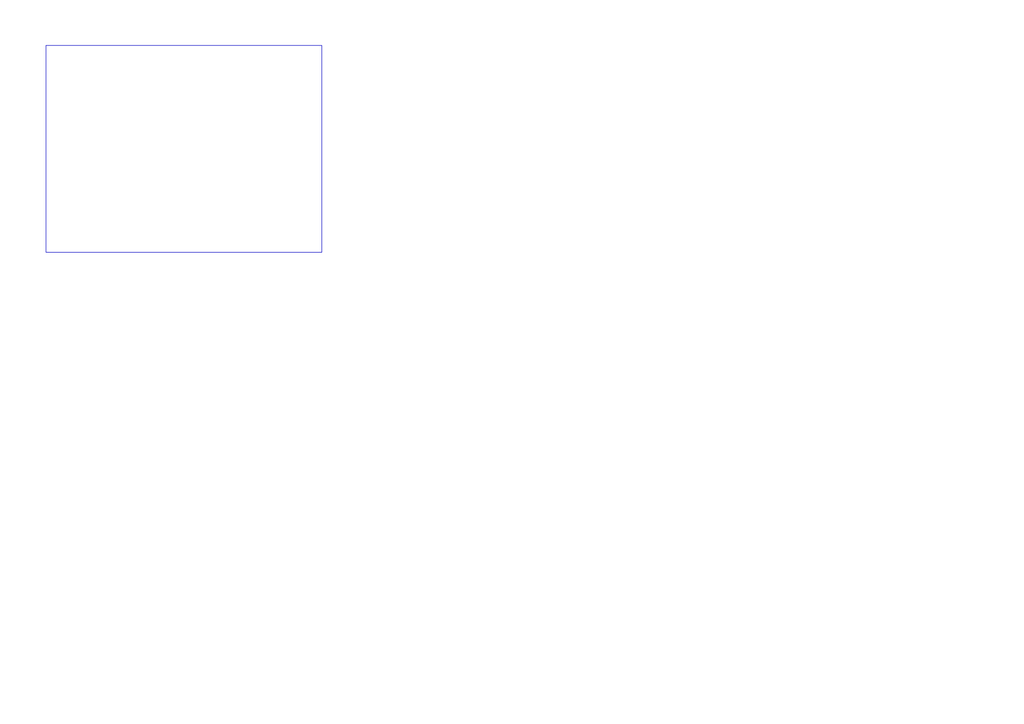
<source format=kicad_sch>
(kicad_sch
	(version 20250114)
	(generator "eeschema")
	(generator_version "9.0")
	(uuid "95fdd873-6a02-48aa-a7f9-047f5b9c2c37")
	(paper "A4")
	(lib_symbols)
	(rectangle
		(start 13.34 13.18)
		(end 93.34 73.18)
		(stroke
			(width 0)
			(type default)
		)
		(fill
			(type none)
		)
		(uuid 311de69f-6e88-4e25-8dc1-bf992347cf4f)
	)
	(sheet_instances
		(path "/"
			(page "1")
		)
	)
	(embedded_fonts no)
)

</source>
